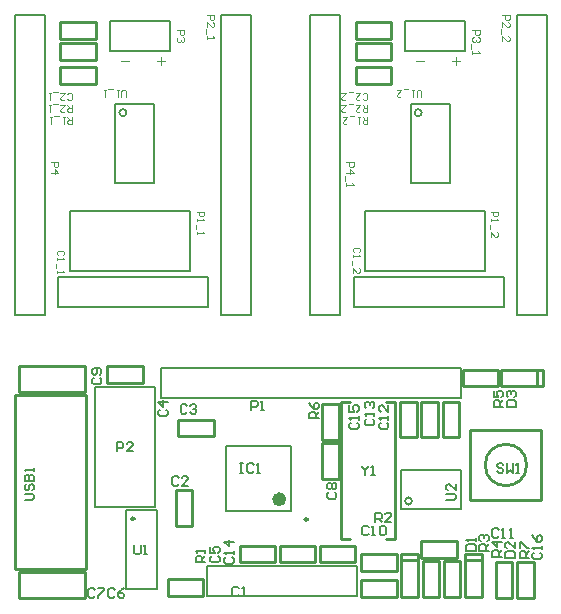
<source format=gto>
%FSTAX24Y24*%
%MOIN*%
G70*
G01*
G75*
G04 Layer_Color=65535*
%ADD10O,0.0630X0.0138*%
%ADD11R,0.0630X0.0138*%
%ADD12R,0.0315X0.0374*%
%ADD13O,0.0709X0.0118*%
%ADD14O,0.0118X0.0709*%
%ADD15R,0.0374X0.0315*%
%ADD16O,0.0138X0.0630*%
%ADD17R,0.0138X0.0630*%
%ADD18R,0.0630X0.0630*%
%ADD19R,0.0551X0.0827*%
%ADD20R,0.1004X0.0374*%
%ADD21R,0.1004X0.1299*%
%ADD22R,0.0512X0.0472*%
%ADD23R,0.0472X0.0512*%
%ADD24C,0.0100*%
%ADD25C,0.0200*%
%ADD26R,0.0591X0.0591*%
%ADD27C,0.0591*%
%ADD28R,0.0591X0.0591*%
%ADD29C,0.1181*%
%ADD30C,0.0787*%
%ADD31C,0.0320*%
%ADD32C,0.0472*%
%ADD33R,0.0900X0.2200*%
%ADD34R,0.0217X0.0472*%
%ADD35R,0.0256X0.0472*%
%ADD36C,0.0079*%
%ADD37C,0.0098*%
%ADD38C,0.0236*%
%ADD39C,0.0039*%
%ADD40C,0.0039*%
D24*
X036847Y015408D02*
G03*
X036847Y015408I-000689J0D01*
G01*
X031152Y028924D02*
X032333D01*
X031152D02*
Y029476D01*
X032333D01*
Y028924D02*
Y029476D01*
X031152Y028124D02*
X032333D01*
X031152D02*
Y028676D01*
X032333D01*
Y028124D02*
Y028676D01*
X031152Y030176D02*
X032333D01*
Y029624D02*
Y030176D01*
X031152Y029624D02*
X032333D01*
X031152D02*
Y030176D01*
X021309Y028924D02*
X022491D01*
X021309D02*
Y029476D01*
X022491D01*
Y028924D02*
Y029476D01*
X021309Y028124D02*
X022491D01*
X021309D02*
Y028676D01*
X022491D01*
Y028124D02*
Y028676D01*
X021309Y030176D02*
X022491D01*
Y029624D02*
Y030176D01*
X021309Y029624D02*
X022491D01*
X021309D02*
Y030176D01*
X031335Y012435D02*
X032517D01*
Y011884D02*
Y012435D01*
X031335Y011884D02*
X032517D01*
X031335D02*
Y012435D01*
X031335Y011018D02*
X032517D01*
X031335D02*
Y011569D01*
X032517D01*
Y011018D02*
Y011569D01*
X025154Y014561D02*
X025706D01*
X025154Y01338D02*
Y014561D01*
Y01338D02*
X025706D01*
Y014561D01*
X025233Y016372D02*
Y016924D01*
Y016372D02*
X026414D01*
Y016924D01*
X025233D02*
X026414D01*
X022871Y018144D02*
Y018695D01*
Y018144D02*
X024052D01*
Y018695D01*
X022871D02*
X024052D01*
X028619Y01216D02*
Y012711D01*
Y01216D02*
X0298D01*
Y012711D01*
X028619D02*
X0298D01*
X029957Y01216D02*
Y012711D01*
Y01216D02*
X031139D01*
Y012711D01*
X029957D02*
X031139D01*
X032635Y016333D02*
X033186D01*
Y017514D01*
X032635D02*
X033186D01*
X032635Y016333D02*
Y017514D01*
X02728Y01216D02*
Y012711D01*
Y01216D02*
X028461D01*
Y012711D01*
X02728D02*
X028461D01*
X030036Y016254D02*
X030587D01*
Y017435D01*
X030036D02*
X030587D01*
X030036Y016254D02*
Y017435D01*
X01979Y011947D02*
X02216D01*
Y017727D01*
X01979D02*
X02216D01*
X01979Y011947D02*
Y017727D01*
X030672Y012956D02*
X030972D01*
X032172D02*
X032472D01*
X032172Y017506D02*
X032472D01*
X030672D02*
X030972D01*
X032472Y012956D02*
Y017506D01*
X030672Y012956D02*
Y017506D01*
X019918Y010979D02*
X022123D01*
X019918D02*
Y011845D01*
X022123D01*
Y010979D02*
Y011845D01*
X019918Y018695D02*
X022123D01*
Y017829D02*
Y018695D01*
X019918Y017829D02*
X022123D01*
X019918D02*
Y018695D01*
X02606Y011057D02*
Y011609D01*
X024879D02*
X02606D01*
X024879Y011057D02*
Y011609D01*
Y011057D02*
X02606D01*
X030036Y016136D02*
X030587D01*
X030036Y014955D02*
Y016136D01*
Y014955D02*
X030587D01*
Y016136D01*
X034977Y016589D02*
X037339D01*
X034977Y014227D02*
Y016589D01*
Y014227D02*
X037339D01*
Y016589D01*
X033343Y012317D02*
Y012869D01*
Y012317D02*
X034524D01*
Y012869D01*
X033343D02*
X034524D01*
X034052Y016333D02*
X034603D01*
Y017514D01*
X034052D02*
X034603D01*
X034052Y016333D02*
Y017514D01*
X033343Y016333D02*
X033894D01*
Y017514D01*
X033343D02*
X033894D01*
X033343Y016333D02*
Y017514D01*
X036532Y01216D02*
X037083D01*
X036532Y010979D02*
Y01216D01*
Y010979D02*
X037083D01*
Y01216D01*
X035824Y010979D02*
X036375D01*
Y01216D01*
X035824D02*
X036375D01*
X035824Y010979D02*
Y01216D01*
X032674Y011018D02*
X033225D01*
Y012435D01*
X032674D02*
X033225D01*
X032674Y011018D02*
Y012435D01*
Y012239D02*
X033225D01*
X0348Y011018D02*
X035351D01*
Y012435D01*
X0348D02*
X035351D01*
X0348Y011018D02*
Y012435D01*
Y012239D02*
X035351D01*
X035981Y018026D02*
Y018577D01*
Y018026D02*
X037398D01*
Y018577D01*
X035981D02*
X037398D01*
X037202Y018026D02*
Y018577D01*
X034721Y018026D02*
Y018577D01*
Y018026D02*
X035902D01*
Y018577D01*
X034721D02*
X035902D01*
X033383Y012199D02*
X033934D01*
X033383Y011018D02*
Y012199D01*
Y011018D02*
X033934D01*
Y012199D01*
X034091D02*
X034643D01*
X034091Y011018D02*
Y012199D01*
Y011018D02*
X034643D01*
Y012199D01*
D36*
X033353Y027154D02*
G03*
X033353Y027154I-000118J0D01*
G01*
X023511D02*
G03*
X023511Y027154I-000118J0D01*
G01*
X033028Y014207D02*
G03*
X033028Y014207I-000118J0D01*
G01*
X029643Y020402D02*
X030643D01*
X029643D02*
Y030402D01*
X030643D01*
Y029652D02*
Y030402D01*
Y020402D02*
Y029652D01*
X036519Y020402D02*
X037519D01*
X036519D02*
Y030402D01*
X037519D01*
Y029652D02*
Y030402D01*
Y020402D02*
Y029652D01*
X032979Y024824D02*
Y02745D01*
X034279Y024824D02*
Y02745D01*
X032979D02*
X034279D01*
X032979Y024824D02*
X034279D01*
X032808Y029193D02*
X034808D01*
Y030193D01*
X032808D02*
X034808D01*
X032808Y029193D02*
Y030193D01*
X035471Y021882D02*
Y023882D01*
X031471Y021882D02*
Y023882D01*
X035471D01*
X031471Y021882D02*
X035471D01*
X03108Y020659D02*
Y021659D01*
X03608D01*
X03108Y020659D02*
X03608D01*
Y021659D01*
X0198Y020402D02*
X0208D01*
X0198D02*
Y030402D01*
X0208D01*
Y029652D02*
Y030402D01*
Y020402D02*
Y029652D01*
X026676Y020402D02*
X027676D01*
X026676D02*
Y030402D01*
X027676D01*
Y029652D02*
Y030402D01*
Y020402D02*
Y029652D01*
X023136Y024824D02*
Y02745D01*
X024436Y024824D02*
Y02745D01*
X023136D02*
X024436D01*
X023136Y024824D02*
X024436D01*
X022965Y029193D02*
X024965D01*
Y030193D01*
X022965D02*
X024965D01*
X022965Y029193D02*
Y030193D01*
X025629Y021882D02*
Y023882D01*
X021629Y021882D02*
Y023882D01*
X025629D01*
X021629Y021882D02*
X025629D01*
X021237Y020659D02*
Y021659D01*
X026237D01*
X021237Y020659D02*
X026237D01*
Y021659D01*
X028993Y013872D02*
Y016038D01*
X026828Y013872D02*
Y016038D01*
Y013872D02*
X028993D01*
X026828Y016038D02*
X028993D01*
X034662Y013951D02*
Y01525D01*
X032654Y013951D02*
Y01525D01*
X034662D01*
X032654Y013951D02*
X034662D01*
X023501Y011274D02*
Y013912D01*
X024524Y011274D02*
Y013912D01*
X023501D02*
X024524D01*
X023501Y011274D02*
X024524D01*
X02467Y017644D02*
X03392D01*
X03467D01*
Y018644D01*
X02467D02*
X03467D01*
X02467Y017644D02*
Y018644D01*
X022461Y014018D02*
Y018018D01*
X024461Y014018D02*
Y018018D01*
X022461D02*
X024461D01*
X022461Y014018D02*
X024461D01*
X031198Y01103D02*
Y01203D01*
X026198Y01103D02*
X031198D01*
X026198Y01203D02*
X031198D01*
X026198Y01103D02*
Y01203D01*
X031808Y013498D02*
Y013813D01*
X031965D01*
X032018Y013761D01*
Y013656D01*
X031965Y013603D01*
X031808D01*
X031913D02*
X032018Y013498D01*
X032333D02*
X032123D01*
X032333Y013708D01*
Y013761D01*
X03228Y013813D01*
X032175D01*
X032123Y013761D01*
X02728Y015459D02*
X027385D01*
X027333D01*
Y015144D01*
X02728D01*
X027385D01*
X027753Y015406D02*
X0277Y015459D01*
X027595D01*
X027543Y015406D01*
Y015196D01*
X027595Y015144D01*
X0277D01*
X027753Y015196D01*
X027858Y015144D02*
X027963D01*
X02791D01*
Y015459D01*
X027858Y015406D01*
X031585Y013328D02*
X031532Y01338D01*
X031427D01*
X031375Y013328D01*
Y013118D01*
X031427Y013065D01*
X031532D01*
X031585Y013118D01*
X03169Y013065D02*
X031795D01*
X031742D01*
Y01338D01*
X03169Y013328D01*
X031952D02*
X032005Y01338D01*
X032109D01*
X032162Y013328D01*
Y013118D01*
X032109Y013065D01*
X032005D01*
X031952Y013118D01*
Y013328D01*
X025246Y014981D02*
X025194Y015034D01*
X025089D01*
X025036Y014981D01*
Y014771D01*
X025089Y014719D01*
X025194D01*
X025246Y014771D01*
X025561Y014719D02*
X025351D01*
X025561Y014929D01*
Y014981D01*
X025509Y015034D01*
X025404D01*
X025351Y014981D01*
X025522Y017383D02*
X025469Y017435D01*
X025364D01*
X025312Y017383D01*
Y017173D01*
X025364Y01712D01*
X025469D01*
X025522Y017173D01*
X025627Y017383D02*
X025679Y017435D01*
X025784D01*
X025837Y017383D01*
Y01733D01*
X025784Y017278D01*
X025732D01*
X025784D01*
X025837Y017225D01*
Y017173D01*
X025784Y01712D01*
X025679D01*
X025627Y017173D01*
X024616Y017252D02*
X024564Y017199D01*
Y017094D01*
X024616Y017042D01*
X024826D01*
X024879Y017094D01*
Y017199D01*
X024826Y017252D01*
X024879Y017514D02*
X024564D01*
X024721Y017357D01*
Y017566D01*
X026349Y01237D02*
X026296Y012317D01*
Y012212D01*
X026349Y01216D01*
X026559D01*
X026611Y012212D01*
Y012317D01*
X026559Y01237D01*
X026296Y012685D02*
Y012475D01*
X026454D01*
X026401Y01258D01*
Y012632D01*
X026454Y012685D01*
X026559D01*
X026611Y012632D01*
Y012527D01*
X026559Y012475D01*
X026821Y01233D02*
X026769Y012278D01*
Y012173D01*
X026821Y01212D01*
X027031D01*
X027083Y012173D01*
Y012278D01*
X027031Y01233D01*
X027083Y012435D02*
Y01254D01*
Y012488D01*
X026769D01*
X026821Y012435D01*
X027083Y012855D02*
X026769D01*
X026926Y012698D01*
Y012908D01*
X030994Y016819D02*
X030942Y016766D01*
Y016661D01*
X030994Y016609D01*
X031204D01*
X031257Y016661D01*
Y016766D01*
X031204Y016819D01*
X031257Y016924D02*
Y017028D01*
Y016976D01*
X030942D01*
X030994Y016924D01*
X030942Y017396D02*
Y017186D01*
X031099D01*
X031047Y017291D01*
Y017343D01*
X031099Y017396D01*
X031204D01*
X031257Y017343D01*
Y017238D01*
X031204Y017186D01*
X026139Y01216D02*
X025824D01*
Y012317D01*
X025876Y01237D01*
X025981D01*
X026034Y012317D01*
Y01216D01*
Y012265D02*
X026139Y01237D01*
Y012475D02*
Y01258D01*
Y012527D01*
X025824D01*
X025876Y012475D01*
X029918Y016963D02*
X029603D01*
Y01712D01*
X029656Y017173D01*
X029761D01*
X029813Y01712D01*
Y016963D01*
Y017068D02*
X029918Y017173D01*
X029603Y017488D02*
X029656Y017383D01*
X029761Y017278D01*
X029866D01*
X029918Y01733D01*
Y017435D01*
X029866Y017488D01*
X029813D01*
X029761Y017435D01*
Y017278D01*
X03417Y014246D02*
X034433D01*
X034485Y014299D01*
Y014404D01*
X034433Y014456D01*
X03417D01*
X034485Y014771D02*
Y014561D01*
X034275Y014771D01*
X034223D01*
X03417Y014719D01*
Y014614D01*
X034223Y014561D01*
X020115Y014246D02*
X020377D01*
X02043Y014299D01*
Y014404D01*
X020377Y014456D01*
X020115D01*
X020168Y014771D02*
X020115Y014719D01*
Y014614D01*
X020168Y014561D01*
X02022D01*
X020272Y014614D01*
Y014719D01*
X020325Y014771D01*
X020377D01*
X02043Y014719D01*
Y014614D01*
X020377Y014561D01*
X020115Y014876D02*
X02043D01*
Y015034D01*
X020377Y015086D01*
X020325D01*
X020272Y015034D01*
Y014876D01*
Y015034D01*
X02022Y015086D01*
X020168D01*
X020115Y015034D01*
Y014876D01*
X02043Y015191D02*
Y015296D01*
Y015244D01*
X020115D01*
X020168Y015191D01*
X03136Y015385D02*
Y015332D01*
X031465Y015227D01*
X03157Y015332D01*
Y015385D01*
X031465Y015227D02*
Y01507D01*
X031675D02*
X03178D01*
X031727D01*
Y015385D01*
X031675Y015332D01*
X022451Y011241D02*
X022398Y011294D01*
X022293D01*
X022241Y011241D01*
Y011031D01*
X022293Y010979D01*
X022398D01*
X022451Y011031D01*
X022556Y011294D02*
X022766D01*
Y011241D01*
X022556Y011031D01*
Y010979D01*
X022412Y018315D02*
X022359Y018262D01*
Y018157D01*
X022412Y018105D01*
X022622D01*
X022674Y018157D01*
Y018262D01*
X022622Y018315D01*
Y01842D02*
X022674Y018472D01*
Y018577D01*
X022622Y018629D01*
X022412D01*
X022359Y018577D01*
Y018472D01*
X022412Y01842D01*
X022464D01*
X022517Y018472D01*
Y018629D01*
X02312Y011241D02*
X023068Y011294D01*
X022963D01*
X02291Y011241D01*
Y011031D01*
X022963Y010979D01*
X023068D01*
X02312Y011031D01*
X023435Y011294D02*
X02333Y011241D01*
X023225Y011136D01*
Y011031D01*
X023278Y010979D01*
X023383D01*
X023435Y011031D01*
Y011084D01*
X023383Y011136D01*
X023225D01*
X030246Y014496D02*
X030194Y014443D01*
Y014338D01*
X030246Y014286D01*
X030456D01*
X030509Y014338D01*
Y014443D01*
X030456Y014496D01*
X030246Y014601D02*
X030194Y014653D01*
Y014758D01*
X030246Y014811D01*
X030299D01*
X030351Y014758D01*
X030404Y014811D01*
X030456D01*
X030509Y014758D01*
Y014653D01*
X030456Y014601D01*
X030404D01*
X030351Y014653D01*
X030299Y014601D01*
X030246D01*
X030351Y014653D02*
Y014758D01*
X036073Y015414D02*
X03602Y015467D01*
X035915D01*
X035863Y015414D01*
Y015362D01*
X035915Y015309D01*
X03602D01*
X036073Y015257D01*
Y015204D01*
X03602Y015152D01*
X035915D01*
X035863Y015204D01*
X036178Y015467D02*
Y015152D01*
X036283Y015257D01*
X036388Y015152D01*
Y015467D01*
X036493Y015152D02*
X036598D01*
X036545D01*
Y015467D01*
X036493Y015414D01*
X023776Y01275D02*
Y012488D01*
X023829Y012435D01*
X023934D01*
X023986Y012488D01*
Y01275D01*
X024091Y012435D02*
X024196D01*
X024144D01*
Y01275D01*
X024091Y012698D01*
X035915Y013249D02*
X035863Y013301D01*
X035758D01*
X035706Y013249D01*
Y013039D01*
X035758Y012987D01*
X035863D01*
X035915Y013039D01*
X03602Y012987D02*
X036125D01*
X036073D01*
Y013301D01*
X03602Y013249D01*
X036283Y012987D02*
X036388D01*
X036335D01*
Y013301D01*
X036283Y013249D01*
X031979Y016819D02*
X031926Y016766D01*
Y016661D01*
X031979Y016609D01*
X032188D01*
X032241Y016661D01*
Y016766D01*
X032188Y016819D01*
X032241Y016924D02*
Y017028D01*
Y016976D01*
X031926D01*
X031979Y016924D01*
X032241Y017396D02*
Y017186D01*
X032031Y017396D01*
X031979D01*
X031926Y017343D01*
Y017238D01*
X031979Y017186D01*
X031506Y016937D02*
X031454Y016884D01*
Y016779D01*
X031506Y016727D01*
X031716D01*
X031769Y016779D01*
Y016884D01*
X031716Y016937D01*
X031769Y017042D02*
Y017147D01*
Y017094D01*
X031454D01*
X031506Y017042D01*
Y017304D02*
X031454Y017356D01*
Y017461D01*
X031506Y017514D01*
X031559D01*
X031611Y017461D01*
Y017409D01*
Y017461D01*
X031664Y017514D01*
X031716D01*
X031769Y017461D01*
Y017356D01*
X031716Y017304D01*
X037097Y012488D02*
X037044Y012435D01*
Y01233D01*
X037097Y012278D01*
X037307D01*
X037359Y01233D01*
Y012435D01*
X037307Y012488D01*
X037359Y012593D02*
Y012698D01*
Y012645D01*
X037044D01*
X037097Y012593D01*
X037044Y013065D02*
X037097Y01296D01*
X037202Y012855D01*
X037307D01*
X037359Y012908D01*
Y013013D01*
X037307Y013065D01*
X037254D01*
X037202Y013013D01*
Y012855D01*
X036926Y012317D02*
X036611D01*
Y012475D01*
X036664Y012527D01*
X036769D01*
X036821Y012475D01*
Y012317D01*
Y012422D02*
X036926Y012527D01*
X036611Y012632D02*
Y012842D01*
X036664D01*
X036874Y012632D01*
X036926D01*
X027674Y017239D02*
Y017553D01*
X027831D01*
X027884Y017501D01*
Y017396D01*
X027831Y017344D01*
X027674D01*
X027989Y017239D02*
X028094D01*
X028041D01*
Y017553D01*
X027989Y017501D01*
X0232Y01586D02*
Y016175D01*
X023357D01*
X02341Y016122D01*
Y016017D01*
X023357Y015965D01*
X0232D01*
X023725Y01586D02*
X023515D01*
X023725Y01607D01*
Y016122D01*
X023672Y016175D01*
X023567D01*
X023515Y016122D01*
X034839Y012554D02*
X035154D01*
Y012711D01*
X035102Y012763D01*
X034892D01*
X034839Y012711D01*
Y012554D01*
X035154Y012868D02*
Y012973D01*
Y012921D01*
X034839D01*
X034892Y012868D01*
X036139Y012317D02*
X036454D01*
Y012475D01*
X036401Y012527D01*
X036191D01*
X036139Y012475D01*
Y012317D01*
X036454Y012842D02*
Y012632D01*
X036244Y012842D01*
X036191D01*
X036139Y01279D01*
Y012685D01*
X036191Y012632D01*
X036178Y017357D02*
X036493D01*
Y017514D01*
X03644Y017567D01*
X036231D01*
X036178Y017514D01*
Y017357D01*
X036231Y017672D02*
X036178Y017724D01*
Y017829D01*
X036231Y017881D01*
X036283D01*
X036335Y017829D01*
Y017776D01*
Y017829D01*
X036388Y017881D01*
X03644D01*
X036493Y017829D01*
Y017724D01*
X03644Y017672D01*
X03606Y017357D02*
X035745D01*
Y017514D01*
X035797Y017567D01*
X035902D01*
X035955Y017514D01*
Y017357D01*
Y017462D02*
X03606Y017567D01*
X035745Y017881D02*
Y017672D01*
X035902D01*
X03585Y017776D01*
Y017829D01*
X035902Y017881D01*
X036007D01*
X03606Y017829D01*
Y017724D01*
X036007Y017672D01*
X027254Y011292D02*
X027202Y011345D01*
X027097D01*
X027044Y011292D01*
Y011082D01*
X027097Y01103D01*
X027202D01*
X027254Y011082D01*
X027359Y01103D02*
X027464D01*
X027411D01*
Y011345D01*
X027359Y011292D01*
X035587Y012554D02*
X035273D01*
Y012711D01*
X035325Y012763D01*
X03543D01*
X035482Y012711D01*
Y012554D01*
Y012658D02*
X035587Y012763D01*
X035325Y012868D02*
X035273Y012921D01*
Y013026D01*
X035325Y013078D01*
X035378D01*
X03543Y013026D01*
Y012973D01*
Y013026D01*
X035482Y013078D01*
X035535D01*
X035587Y013026D01*
Y012921D01*
X035535Y012868D01*
X03602Y012357D02*
X035706D01*
Y012514D01*
X035758Y012567D01*
X035863D01*
X035916Y012514D01*
Y012357D01*
Y012462D02*
X03602Y012567D01*
Y012829D02*
X035706D01*
X035863Y012672D01*
Y012881D01*
D37*
X029554Y013597D02*
G03*
X029554Y013597I-000049J0D01*
G01*
X023776Y013617D02*
G03*
X023776Y013617I-000049J0D01*
G01*
D38*
X028717Y014266D02*
G03*
X028717Y014266I-000118J0D01*
G01*
D39*
X0218Y014838D02*
D03*
D40*
X030843Y0255D02*
X031079D01*
Y025382D01*
X031039Y025343D01*
X030961D01*
X030921Y025382D01*
Y0255D01*
X030843Y025146D02*
X031079D01*
X030961Y025264D01*
Y025106D01*
X030803Y025028D02*
Y02487D01*
X030843Y024792D02*
Y024713D01*
Y024752D01*
X031079D01*
X031039Y024792D01*
X036043Y0304D02*
X036279D01*
Y030282D01*
X036239Y030243D01*
X036161D01*
X036121Y030282D01*
Y0304D01*
X036043Y030006D02*
Y030164D01*
X0362Y030006D01*
X036239D01*
X036279Y030046D01*
Y030124D01*
X036239Y030164D01*
X036003Y029928D02*
Y02977D01*
X036043Y029534D02*
Y029692D01*
X0362Y029534D01*
X036239D01*
X036279Y029574D01*
Y029652D01*
X036239Y029692D01*
X033343Y027664D02*
Y027861D01*
X033303Y0279D01*
X033224D01*
X033185Y027861D01*
Y027664D01*
X033106Y0279D02*
X033028D01*
X033067D01*
Y027664D01*
X033106Y027703D01*
X03291Y027939D02*
X032752D01*
X032516Y0279D02*
X032673D01*
X032516Y027743D01*
Y027703D01*
X032555Y027664D01*
X032634D01*
X032673Y027703D01*
X031543Y0274D02*
Y027164D01*
X031424D01*
X031385Y027203D01*
Y027282D01*
X031424Y027321D01*
X031543D01*
X031464D02*
X031385Y0274D01*
X031149D02*
X031306D01*
X031149Y027243D01*
Y027203D01*
X031188Y027164D01*
X031267D01*
X031306Y027203D01*
X03107Y027439D02*
X030913D01*
X030677Y0274D02*
X030834D01*
X030677Y027243D01*
Y027203D01*
X030716Y027164D01*
X030795D01*
X030834Y027203D01*
X031543Y027D02*
Y026764D01*
X031424D01*
X031385Y026803D01*
Y026882D01*
X031424Y026921D01*
X031543D01*
X031464D02*
X031385Y027D01*
X031306D02*
X031228D01*
X031267D01*
Y026764D01*
X031306Y026803D01*
X03111Y027039D02*
X030952D01*
X030716Y027D02*
X030873D01*
X030716Y026843D01*
Y026803D01*
X030755Y026764D01*
X030834D01*
X030873Y026803D01*
X035043Y0299D02*
X035279D01*
Y029782D01*
X035239Y029743D01*
X035161D01*
X035121Y029782D01*
Y0299D01*
X035239Y029664D02*
X035279Y029625D01*
Y029546D01*
X035239Y029506D01*
X0352D01*
X035161Y029546D01*
Y029585D01*
Y029546D01*
X035121Y029506D01*
X035082D01*
X035043Y029546D01*
Y029625D01*
X035082Y029664D01*
X035003Y029428D02*
Y02927D01*
X035043Y029192D02*
Y029113D01*
Y029152D01*
X035279D01*
X035239Y029192D01*
X03565Y02385D02*
X035886D01*
Y023732D01*
X035847Y023693D01*
X035768D01*
X035729Y023732D01*
Y02385D01*
X03565Y023614D02*
Y023535D01*
Y023575D01*
X035886D01*
X035847Y023614D01*
X035611Y023417D02*
Y02326D01*
X03565Y023024D02*
Y023181D01*
X035807Y023024D01*
X035847D01*
X035886Y023063D01*
Y023142D01*
X035847Y023181D01*
X031385Y027603D02*
X031424Y027564D01*
X031503D01*
X031543Y027603D01*
Y027761D01*
X031503Y0278D01*
X031424D01*
X031385Y027761D01*
X031149Y0278D02*
X031306D01*
X031149Y027643D01*
Y027603D01*
X031188Y027564D01*
X031267D01*
X031306Y027603D01*
X03107Y027839D02*
X030913D01*
X030677Y0278D02*
X030834D01*
X030677Y027643D01*
Y027603D01*
X030716Y027564D01*
X030795D01*
X030834Y027603D01*
X031247Y022493D02*
X031286Y022532D01*
Y022611D01*
X031247Y02265D01*
X031089D01*
X03105Y022611D01*
Y022532D01*
X031089Y022493D01*
X03105Y022414D02*
Y022335D01*
Y022374D01*
X031286D01*
X031247Y022414D01*
X031011Y022217D02*
Y02206D01*
X03105Y021823D02*
Y021981D01*
X031207Y021823D01*
X031247D01*
X031286Y021863D01*
Y021942D01*
X031247Y021981D01*
X034623Y02887D02*
X034356D01*
X034489Y028737D02*
Y029003D01*
X033423Y02887D02*
X033156D01*
X021Y0255D02*
X021236D01*
Y025382D01*
X021197Y025343D01*
X021118D01*
X021079Y025382D01*
Y0255D01*
X021Y025146D02*
X021236D01*
X021118Y025264D01*
Y025106D01*
X0262Y0304D02*
X026436D01*
Y030282D01*
X026397Y030243D01*
X026318D01*
X026279Y030282D01*
Y0304D01*
X0262Y030006D02*
Y030164D01*
X026357Y030006D01*
X026397D01*
X026436Y030046D01*
Y030124D01*
X026397Y030164D01*
X026161Y029928D02*
Y02977D01*
X0262Y029692D02*
Y029613D01*
Y029652D01*
X026436D01*
X026397Y029692D01*
X0235Y027664D02*
Y027861D01*
X023461Y0279D01*
X023382D01*
X023343Y027861D01*
Y027664D01*
X023264Y0279D02*
X023185D01*
X023224D01*
Y027664D01*
X023264Y027703D01*
X023067Y027939D02*
X02291D01*
X022831Y0279D02*
X022752D01*
X022792D01*
Y027664D01*
X022831Y027703D01*
X0217Y0274D02*
Y027164D01*
X021582D01*
X021543Y027203D01*
Y027282D01*
X021582Y027321D01*
X0217D01*
X021621D02*
X021543Y0274D01*
X021306D02*
X021464D01*
X021306Y027243D01*
Y027203D01*
X021346Y027164D01*
X021425D01*
X021464Y027203D01*
X021228Y027439D02*
X02107D01*
X020992Y0274D02*
X020913D01*
X020952D01*
Y027164D01*
X020992Y027203D01*
X0217Y027D02*
Y026764D01*
X021582D01*
X021543Y026803D01*
Y026882D01*
X021582Y026921D01*
X0217D01*
X021621D02*
X021543Y027D01*
X021464D02*
X021385D01*
X021425D01*
Y026764D01*
X021464Y026803D01*
X021267Y027039D02*
X02111D01*
X021031Y027D02*
X020952D01*
X020992D01*
Y026764D01*
X021031Y026803D01*
X0252Y0299D02*
X025436D01*
Y029782D01*
X025397Y029743D01*
X025318D01*
X025279Y029782D01*
Y0299D01*
X025397Y029664D02*
X025436Y029625D01*
Y029546D01*
X025397Y029506D01*
X025357D01*
X025318Y029546D01*
Y029585D01*
Y029546D01*
X025279Y029506D01*
X025239D01*
X0252Y029546D01*
Y029625D01*
X025239Y029664D01*
X02585Y02385D02*
X026086D01*
Y023732D01*
X026047Y023693D01*
X025968D01*
X025929Y023732D01*
Y02385D01*
X02585Y023614D02*
Y023535D01*
Y023575D01*
X026086D01*
X026047Y023614D01*
X025811Y023417D02*
Y02326D01*
X02585Y023181D02*
Y023102D01*
Y023142D01*
X026086D01*
X026047Y023181D01*
X021543Y027603D02*
X021582Y027564D01*
X021661D01*
X0217Y027603D01*
Y027761D01*
X021661Y0278D01*
X021582D01*
X021543Y027761D01*
X021306Y0278D02*
X021464D01*
X021306Y027643D01*
Y027603D01*
X021346Y027564D01*
X021425D01*
X021464Y027603D01*
X021228Y027839D02*
X02107D01*
X020992Y0278D02*
X020913D01*
X020952D01*
Y027564D01*
X020992Y027603D01*
X021397Y022393D02*
X021436Y022432D01*
Y022511D01*
X021397Y02255D01*
X021239D01*
X0212Y022511D01*
Y022432D01*
X021239Y022393D01*
X0212Y022314D02*
Y022235D01*
Y022274D01*
X021436D01*
X021397Y022314D01*
X021161Y022117D02*
Y02196D01*
X0212Y021881D02*
Y021802D01*
Y021842D01*
X021436D01*
X021397Y021881D01*
X02478Y02887D02*
X024513D01*
X024647Y028737D02*
Y029003D01*
X02358Y02887D02*
X023314D01*
M02*

</source>
